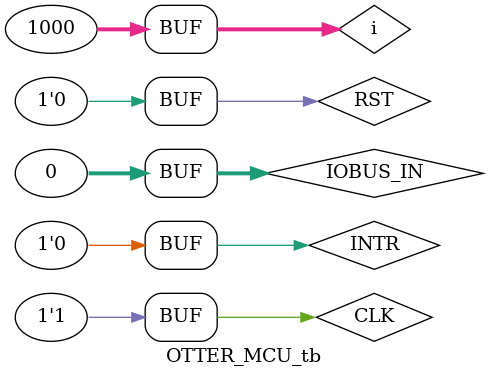
<source format=sv>
`timescale 1ns / 1ps

module OTTER_MCU_tb();
    // inputs
    logic [31:0] IOBUS_IN;
    logic RST;
    logic INTR;
    logic CLK;
    // outputs
    logic [31:0] IOBUS_OUT;
    logic [31:0] IOBUS_ADDR;
    logic IOBUS_WR;
    
    Otter_MCU UUT( .IOBUS_IN(IOBUS_IN), .RST(RST), .INTR(INTR), .CLK(CLK), .IOBUS_OUT(IOBUS_OUT), .IOBUS_ADDR(IOBUS_ADDR), .IOBUS_WR(IOBUS_WR) );
    
    integer i;

    initial begin
        IOBUS_IN = 0;
        RST = 0;
        INTR = 0;
        CLK = 1'b1;
        
        for (i = 0; i < 1000; i = i + 1) begin
            #100;
            CLK = ~CLK;
            INTR = 0;
            if (i == 300 || i == 301 || i == 302 || i == 303 || i == 304) INTR = 1;
            if (i == 400 || i == 401 || i == 402 || i == 403 || i == 404) INTR = 1;
        end
    end
    
endmodule

</source>
